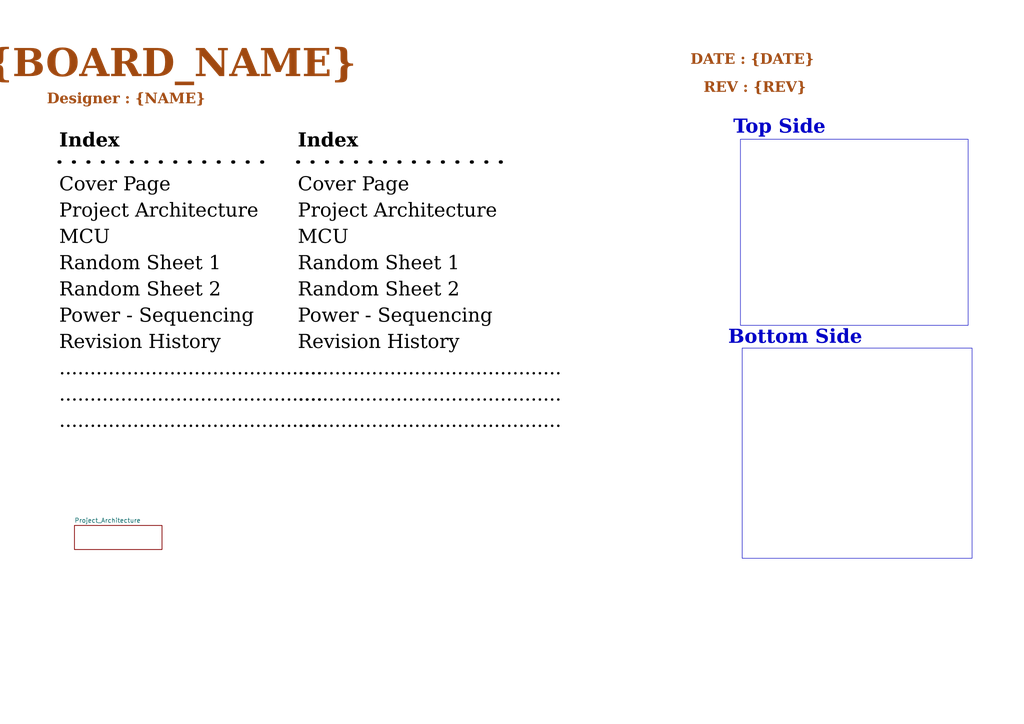
<source format=kicad_sch>
(kicad_sch
	(version 20231120)
	(generator "eeschema")
	(generator_version "8.0")
	(uuid "d3cbbc2c-48ef-45dd-b1b3-b57e1b62c15c")
	(paper "A4")
	(title_block
		(title "Cell_Sentinel")
		(date "2024-09-03")
		(rev "1.0.0")
		(company "CEET")
	)
	(lib_symbols)
	(polyline
		(pts
			(xy 86.36 46.99) (xy 147.32 46.99)
		)
		(stroke
			(width 1)
			(type dot)
			(color 0 0 0 1)
		)
		(uuid "548559ff-1875-4333-a487-7b9b159a34e1")
	)
	(polyline
		(pts
			(xy 17.145 46.99) (xy 78.105 46.99)
		)
		(stroke
			(width 1)
			(type dot)
			(color 0 0 0 1)
		)
		(uuid "9aa3e434-f2d6-4e89-8a39-d9302f2e9caf")
	)
	(rectangle
		(start 215.265 100.965)
		(end 281.94 161.925)
		(stroke
			(width 0)
			(type default)
		)
		(fill
			(type none)
		)
		(uuid 5d8d2b7f-9029-4128-a230-95fd94bc536a)
	)
	(rectangle
		(start 214.757 40.386)
		(end 280.797 94.361)
		(stroke
			(width 0)
			(type default)
		)
		(fill
			(type none)
		)
		(uuid 8aacf723-798d-4e82-b5fc-3c6bd8a60cb5)
	)
	(text "Revision History"
		(exclude_from_sim no)
		(at 17.145 102.87 0)
		(effects
			(font
				(face "Times New Roman")
				(size 4 4)
				(color 0 0 0 1)
			)
			(justify left bottom)
			(href "#7")
		)
		(uuid "0a71841a-a048-49ea-9ee0-4874c93a04b6")
	)
	(text "Cover Page"
		(exclude_from_sim no)
		(at 86.36 57.15 0)
		(effects
			(font
				(face "Times New Roman")
				(size 4 4)
				(color 0 0 0 1)
			)
			(justify left bottom)
			(href "#1")
		)
		(uuid "10d88ee5-d4ff-4e68-b91e-97f4d4367b95")
	)
	(text "Random Sheet 1"
		(exclude_from_sim no)
		(at 17.145 80.01 0)
		(effects
			(font
				(face "Times New Roman")
				(size 4 4)
				(color 0 0 0 1)
			)
			(justify left bottom)
			(href "#4")
		)
		(uuid "15552818-1535-4ac8-aaa1-c58fdfa22a92")
	)
	(text "Top Side"
		(exclude_from_sim no)
		(at 226.06 38.1 0)
		(effects
			(font
				(face "Caladea")
				(size 4 4)
				(thickness 0.254)
				(bold yes)
			)
		)
		(uuid "1b2cb9ee-c2f3-41ff-9cc0-aa4ae8520b6b")
	)
	(text "Power - Sequencing"
		(exclude_from_sim no)
		(at 86.36 95.25 0)
		(effects
			(font
				(face "Times New Roman")
				(size 4 4)
				(color 0 0 0 1)
			)
			(justify left bottom)
			(href "#6")
		)
		(uuid "1f8e9547-e0f9-42d6-a2fc-54077afcfb64")
	)
	(text "..........................................."
		(exclude_from_sim no)
		(at 86.36 125.73 0)
		(effects
			(font
				(face "Times New Roman")
				(size 4 4)
				(color 0 0 0 1)
			)
			(justify left bottom)
			(href "#10")
		)
		(uuid "2eceb79c-3c8e-4ae3-a26f-937a89d2dd72")
	)
	(text "DATE : {DATE}"
		(exclude_from_sim no)
		(at 218.186 18.288 0)
		(effects
			(font
				(face "Times New Roman")
				(size 3 3)
				(thickness 0.4)
				(bold yes)
				(color 159 72 15 1)
			)
		)
		(uuid "3c51a52c-256a-4519-9f87-d93176daf94e")
	)
	(text "Bottom Side"
		(exclude_from_sim no)
		(at 230.632 99.06 0)
		(effects
			(font
				(face "Caladea")
				(size 4 4)
				(thickness 0.254)
				(bold yes)
			)
		)
		(uuid "47a9c04b-a0d6-4785-bb75-a0d21a3a63f7")
	)
	(text "Power - Sequencing"
		(exclude_from_sim no)
		(at 17.145 95.25 0)
		(effects
			(font
				(face "Times New Roman")
				(size 4 4)
				(color 0 0 0 1)
			)
			(justify left bottom)
			(href "#6")
		)
		(uuid "692cf4da-56b9-4fcd-a1cf-e2a72a81149d")
	)
	(text "..........................................."
		(exclude_from_sim no)
		(at 86.36 118.11 0)
		(effects
			(font
				(face "Times New Roman")
				(size 4 4)
				(color 0 0 0 1)
			)
			(justify left bottom)
			(href "#9")
		)
		(uuid "729cda64-79d8-4db3-b373-2077a21117db")
	)
	(text "..........................................."
		(exclude_from_sim no)
		(at 17.145 125.73 0)
		(effects
			(font
				(face "Times New Roman")
				(size 4 4)
				(color 0 0 0 1)
			)
			(justify left bottom)
			(href "#10")
		)
		(uuid "74d07d1a-5334-4ef0-8135-c705f42d71c8")
	)
	(text "Designer : {NAME}"
		(exclude_from_sim no)
		(at 36.576 29.718 0)
		(effects
			(font
				(face "Times New Roman")
				(size 3 3)
				(thickness 0.4)
				(bold yes)
				(color 159 72 15 1)
			)
		)
		(uuid "79b73b92-d59e-40ee-9531-ee0fb5653f91")
	)
	(text "..........................................."
		(exclude_from_sim no)
		(at 86.36 110.49 0)
		(effects
			(font
				(face "Times New Roman")
				(size 4 4)
				(color 0 0 0 1)
			)
			(justify left bottom)
			(href "#8")
		)
		(uuid "7c0752b6-875a-4011-8633-cace362bf1bf")
	)
	(text "Random Sheet 2"
		(exclude_from_sim no)
		(at 17.145 87.63 0)
		(effects
			(font
				(face "Times New Roman")
				(size 4 4)
				(color 0 0 0 1)
			)
			(justify left bottom)
			(href "#5")
		)
		(uuid "7ddc4893-c891-4b79-ab4a-cb5f75ad01c7")
	)
	(text "Project Architecture"
		(exclude_from_sim no)
		(at 17.145 64.77 0)
		(effects
			(font
				(face "Times New Roman")
				(size 4 4)
				(color 0 0 0 1)
			)
			(justify left bottom)
			(href "#2")
		)
		(uuid "8bf98714-39fa-4844-94dc-f4b0b52060d0")
	)
	(text "MCU"
		(exclude_from_sim no)
		(at 17.145 72.39 0)
		(effects
			(font
				(face "Times New Roman")
				(size 4 4)
				(color 0 0 0 1)
			)
			(justify left bottom)
			(href "#3")
		)
		(uuid "9e2fe6b7-3f1b-47dc-ba31-73aa632a5b0f")
	)
	(text "REV : {REV}"
		(exclude_from_sim no)
		(at 218.948 26.416 0)
		(effects
			(font
				(face "Times New Roman")
				(size 3 3)
				(thickness 0.4)
				(bold yes)
				(color 159 72 15 1)
			)
		)
		(uuid "a5987824-1560-409b-8cb0-82ccbd41c3e7")
	)
	(text "Project Architecture"
		(exclude_from_sim no)
		(at 86.36 64.77 0)
		(effects
			(font
				(face "Times New Roman")
				(size 4 4)
				(color 0 0 0 1)
			)
			(justify left bottom)
			(href "#2")
		)
		(uuid "b2e37c4c-1096-42ad-ad5a-d8d5e35e425a")
	)
	(text "Index"
		(exclude_from_sim no)
		(at 17.145 44.45 0)
		(effects
			(font
				(face "Times New Roman")
				(size 4 4)
				(bold yes)
				(color 0 0 0 1)
			)
			(justify left bottom)
		)
		(uuid "b88a533b-dcd0-4c11-a734-a0d19cbf700d")
	)
	(text "Random Sheet 2"
		(exclude_from_sim no)
		(at 86.36 87.63 0)
		(effects
			(font
				(face "Times New Roman")
				(size 4 4)
				(color 0 0 0 1)
			)
			(justify left bottom)
			(href "#5")
		)
		(uuid "ba11a6be-ed5f-42de-89cf-c6f7b6d3a59d")
	)
	(text "MCU"
		(exclude_from_sim no)
		(at 86.36 72.39 0)
		(effects
			(font
				(face "Times New Roman")
				(size 4 4)
				(color 0 0 0 1)
			)
			(justify left bottom)
			(href "#3")
		)
		(uuid "c1eb5230-3b00-49a0-81ef-e38e776c152d")
	)
	(text "Index"
		(exclude_from_sim no)
		(at 86.36 44.45 0)
		(effects
			(font
				(face "Times New Roman")
				(size 4 4)
				(bold yes)
				(color 0 0 0 1)
			)
			(justify left bottom)
		)
		(uuid "c7b730cf-6804-4854-9d82-b1d3d4d50450")
	)
	(text "Random Sheet 1"
		(exclude_from_sim no)
		(at 86.36 80.01 0)
		(effects
			(font
				(face "Times New Roman")
				(size 4 4)
				(color 0 0 0 1)
			)
			(justify left bottom)
			(href "#4")
		)
		(uuid "d19cd6d2-82aa-40ee-8b5e-493647f88b88")
	)
	(text "Cover Page"
		(exclude_from_sim no)
		(at 17.145 57.15 0)
		(effects
			(font
				(face "Times New Roman")
				(size 4 4)
				(color 0 0 0 1)
			)
			(justify left bottom)
			(href "#1")
		)
		(uuid "d50cfcdc-4c63-461a-b6ac-c559805a0de0")
	)
	(text "Revision History"
		(exclude_from_sim no)
		(at 86.36 102.87 0)
		(effects
			(font
				(face "Times New Roman")
				(size 4 4)
				(color 0 0 0 1)
			)
			(justify left bottom)
			(href "#7")
		)
		(uuid "d5a98848-7701-482f-8016-6c2e413df2b7")
	)
	(text "..........................................."
		(exclude_from_sim no)
		(at 17.145 118.11 0)
		(effects
			(font
				(face "Times New Roman")
				(size 4 4)
				(color 0 0 0 1)
			)
			(justify left bottom)
			(href "#9")
		)
		(uuid "d96d15f2-aec2-4e64-8f4e-a2afe1c2c686")
	)
	(text "..........................................."
		(exclude_from_sim no)
		(at 17.145 110.49 0)
		(effects
			(font
				(face "Times New Roman")
				(size 4 4)
				(color 0 0 0 1)
			)
			(justify left bottom)
			(href "#8")
		)
		(uuid "e4403d04-a741-4054-a912-467672c7622a")
	)
	(text "${BOARD_NAME}"
		(exclude_from_sim no)
		(at 45.974 21.082 0)
		(effects
			(font
				(face "Times New Roman")
				(size 8 8)
				(thickness 0.4)
				(bold yes)
				(color 159 72 15 1)
			)
		)
		(uuid "f4a2c2ee-e4bb-4a8c-b482-5e62dfe1d04a")
	)
	(sheet
		(at 21.59 152.4)
		(size 25.4 6.985)
		(fields_autoplaced yes)
		(stroke
			(width 0.1524)
			(type solid)
		)
		(fill
			(color 0 0 0 0.0000)
		)
		(uuid "a6f6d1e1-9a1e-4a49-9157-1184d73c923a")
		(property "Sheetname" "Project_Architecture"
			(at 21.59 151.6884 0)
			(effects
				(font
					(size 1.27 1.27)
				)
				(justify left bottom)
			)
		)
		(property "Sheetfile" "Project_Architecture.kicad_sch"
			(at 21.59 159.9696 0)
			(effects
				(font
					(size 1.27 1.27)
				)
				(justify left top)
				(hide yes)
			)
		)
		(instances
			(project "BMS_Design"
				(path "/d3cbbc2c-48ef-45dd-b1b3-b57e1b62c15c"
					(page "2")
				)
			)
		)
	)
	(sheet_instances
		(path "/"
			(page "1")
		)
	)
)

</source>
